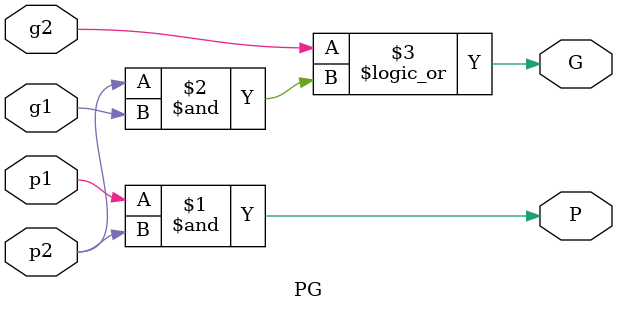
<source format=v>
`timescale 1ns / 1ps


module PG(
    input g1,
    input p1,
    input g2,
    input p2,
    output G,
    output P
    );
    
    
    assign P = p1&p2;
    assign G = g2||(p2&g1);
    
endmodule

</source>
